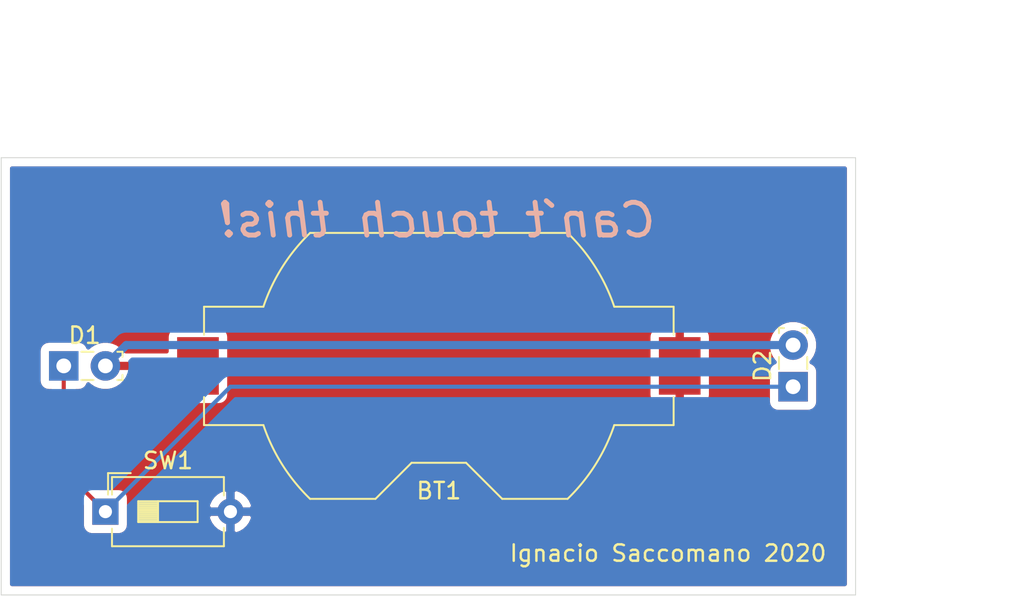
<source format=kicad_pcb>
(kicad_pcb (version 20171130) (host pcbnew "(5.1.7)-1")

  (general
    (thickness 1.6)
    (drawings 8)
    (tracks 7)
    (zones 0)
    (modules 4)
    (nets 4)
  )

  (page A4)
  (layers
    (0 F.Cu signal)
    (31 B.Cu signal)
    (32 B.Adhes user)
    (33 F.Adhes user)
    (34 B.Paste user)
    (35 F.Paste user)
    (36 B.SilkS user)
    (37 F.SilkS user)
    (38 B.Mask user)
    (39 F.Mask user)
    (40 Dwgs.User user)
    (41 Cmts.User user)
    (42 Eco1.User user)
    (43 Eco2.User user)
    (44 Edge.Cuts user)
    (45 Margin user)
    (46 B.CrtYd user)
    (47 F.CrtYd user)
    (48 B.Fab user)
    (49 F.Fab user)
  )

  (setup
    (last_trace_width 0.25)
    (trace_clearance 0.2)
    (zone_clearance 0.508)
    (zone_45_only no)
    (trace_min 0.25)
    (via_size 0.8)
    (via_drill 0.4)
    (via_min_size 0.4)
    (via_min_drill 0.3)
    (uvia_size 0.3)
    (uvia_drill 0.1)
    (uvias_allowed no)
    (uvia_min_size 0.2)
    (uvia_min_drill 0.1)
    (edge_width 0.05)
    (segment_width 0.2)
    (pcb_text_width 0.3)
    (pcb_text_size 1.5 1.5)
    (mod_edge_width 0.12)
    (mod_text_size 1 1)
    (mod_text_width 0.15)
    (pad_size 1.524 1.524)
    (pad_drill 0.762)
    (pad_to_mask_clearance 0)
    (aux_axis_origin 0 0)
    (visible_elements 7FFFEFFF)
    (pcbplotparams
      (layerselection 0x010fc_ffffffff)
      (usegerberextensions false)
      (usegerberattributes true)
      (usegerberadvancedattributes true)
      (creategerberjobfile true)
      (excludeedgelayer true)
      (linewidth 0.100000)
      (plotframeref false)
      (viasonmask false)
      (mode 1)
      (useauxorigin false)
      (hpglpennumber 1)
      (hpglpenspeed 20)
      (hpglpendiameter 15.000000)
      (psnegative false)
      (psa4output false)
      (plotreference true)
      (plotvalue true)
      (plotinvisibletext false)
      (padsonsilk false)
      (subtractmaskfromsilk false)
      (outputformat 1)
      (mirror false)
      (drillshape 1)
      (scaleselection 1)
      (outputdirectory ""))
  )

  (net 0 "")
  (net 1 "Net-(BT1-Pad1)")
  (net 2 "Net-(BT1-Pad2)")
  (net 3 "Net-(D1-Pad1)")

  (net_class Default "This is the default net class."
    (clearance 0.2)
    (trace_width 0.25)
    (via_dia 0.8)
    (via_drill 0.4)
    (uvia_dia 0.3)
    (uvia_drill 0.1)
    (diff_pair_width 0.25)
    (diff_pair_gap 0.25)
    (add_net "Net-(D1-Pad1)")
  )

  (net_class pwr ""
    (clearance 0.2)
    (trace_width 0.5)
    (via_dia 0.8)
    (via_drill 0.4)
    (uvia_dia 0.3)
    (uvia_drill 0.1)
    (diff_pair_width 0.25)
    (diff_pair_gap 0.25)
    (add_net "Net-(BT1-Pad1)")
    (add_net "Net-(BT1-Pad2)")
  )

  (module LED_THT:LED_SideEmitter_Rectangular_W4.5mm_H1.6mm (layer F.Cu) (tedit 587A6921) (tstamp 5FC5DD87)
    (at 118.11 72.39 90)
    (descr "LED_SideEmitter_Rectangular, Rectangular, SideEmitter,  Rectangular size 4.5x1.6mm^2, 2 pins, http://cdn-reichelt.de/documents/datenblatt/A500/LED15MMGE_LED15MMGN%23KIN.pdf")
    (tags "LED_SideEmitter_Rectangular Rectangular SideEmitter  Rectangular size 4.5x1.6mm^2 2 pins")
    (path /5FC5C620)
    (fp_text reference D2 (at 1.27 -1.86 90) (layer F.SilkS)
      (effects (font (size 1 1) (thickness 0.15)))
    )
    (fp_text value IRL81A (at 1.27 1.86 90) (layer F.Fab)
      (effects (font (size 1 1) (thickness 0.15)))
    )
    (fp_line (start 3.85 -1.15) (end -1.3 -1.15) (layer F.CrtYd) (width 0.05))
    (fp_line (start 3.85 1.15) (end 3.85 -1.15) (layer F.CrtYd) (width 0.05))
    (fp_line (start -1.3 1.15) (end 3.85 1.15) (layer F.CrtYd) (width 0.05))
    (fp_line (start -1.3 -1.15) (end -1.3 1.15) (layer F.CrtYd) (width 0.05))
    (fp_line (start 3.58 0.555) (end 3.58 0.861) (layer F.SilkS) (width 0.12))
    (fp_line (start 3.58 -0.861) (end 3.58 -0.555) (layer F.SilkS) (width 0.12))
    (fp_line (start 3.27 0.861) (end 3.58 0.861) (layer F.SilkS) (width 0.12))
    (fp_line (start 1.08 0.861) (end 1.811 0.861) (layer F.SilkS) (width 0.12))
    (fp_line (start 3.27 -0.861) (end 3.58 -0.861) (layer F.SilkS) (width 0.12))
    (fp_line (start 1.08 -0.861) (end 1.811 -0.861) (layer F.SilkS) (width 0.12))
    (fp_line (start 3.52 -0.8) (end -0.98 -0.8) (layer F.Fab) (width 0.1))
    (fp_line (start 3.52 0.8) (end 3.52 -0.8) (layer F.Fab) (width 0.1))
    (fp_line (start -0.98 0.8) (end 3.52 0.8) (layer F.Fab) (width 0.1))
    (fp_line (start -0.98 -0.8) (end -0.98 0.8) (layer F.Fab) (width 0.1))
    (pad 2 thru_hole circle (at 2.54 0 90) (size 1.8 1.8) (drill 0.9) (layers *.Cu *.Mask)
      (net 1 "Net-(BT1-Pad1)"))
    (pad 1 thru_hole rect (at 0 0 90) (size 1.8 1.8) (drill 0.9) (layers *.Cu *.Mask)
      (net 3 "Net-(D1-Pad1)"))
    (model ${KISYS3DMOD}/LED_THT.3dshapes/LED_SideEmitter_Rectangular_W4.5mm_H1.6mm.wrl
      (at (xyz 0 0 0))
      (scale (xyz 1 1 1))
      (rotate (xyz 0 0 0))
    )
  )

  (module Battery:BatteryHolder_Keystone_1058_1x2032 (layer F.Cu) (tedit 589EE147) (tstamp 5FC57410)
    (at 96.52 71.12)
    (descr http://www.keyelco.com/product-pdf.cfm?p=14028)
    (tags "Keystone type 1058 coin cell retainer")
    (path /5FC568BD)
    (attr smd)
    (fp_text reference BT1 (at 0 7.62) (layer F.SilkS)
      (effects (font (size 1 1) (thickness 0.15)))
    )
    (fp_text value Battery_Cell (at 0 -9.398) (layer F.Fab)
      (effects (font (size 1 1) (thickness 0.15)))
    )
    (fp_line (start 11.06 4.11) (end 16.45 4.11) (layer F.CrtYd) (width 0.05))
    (fp_line (start 16.45 4.11) (end 16.45 -4.11) (layer F.CrtYd) (width 0.05))
    (fp_line (start 16.45 -4.11) (end 11.06 -4.11) (layer F.CrtYd) (width 0.05))
    (fp_line (start -16.45 -4.11) (end -11.06 -4.11) (layer F.CrtYd) (width 0.05))
    (fp_line (start -16.45 -4.11) (end -16.45 4.11) (layer F.CrtYd) (width 0.05))
    (fp_line (start -16.45 4.11) (end -11.06 4.11) (layer F.CrtYd) (width 0.05))
    (fp_line (start -14.31 1.9) (end -14.31 3.61) (layer F.SilkS) (width 0.12))
    (fp_line (start -10.692 3.61) (end -14.31 3.61) (layer F.SilkS) (width 0.12))
    (fp_line (start -3.86 8.11) (end -7.8473 8.11) (layer F.SilkS) (width 0.12))
    (fp_line (start -1.66 5.91) (end -3.86 8.11) (layer F.SilkS) (width 0.12))
    (fp_line (start 1.66 5.91) (end -1.66 5.91) (layer F.SilkS) (width 0.12))
    (fp_line (start 1.66 5.91) (end 3.86 8.11) (layer F.SilkS) (width 0.12))
    (fp_line (start 7.8473 8.11) (end 3.86 8.11) (layer F.SilkS) (width 0.12))
    (fp_line (start 14.31 1.9) (end 14.31 3.61) (layer F.SilkS) (width 0.12))
    (fp_line (start 14.31 3.61) (end 10.692 3.61) (layer F.SilkS) (width 0.12))
    (fp_line (start 10.692 -3.61) (end 14.31 -3.61) (layer F.SilkS) (width 0.12))
    (fp_line (start 14.31 -1.9) (end 14.31 -3.61) (layer F.SilkS) (width 0.12))
    (fp_line (start -7.8473 -8.11) (end 7.8473 -8.11) (layer F.SilkS) (width 0.12))
    (fp_line (start -14.31 -1.9) (end -14.31 -3.61) (layer F.SilkS) (width 0.12))
    (fp_line (start -14.31 -3.61) (end -10.692 -3.61) (layer F.SilkS) (width 0.12))
    (fp_line (start 14.2 1.9) (end 14.2 3.5) (layer F.Fab) (width 0.1))
    (fp_line (start 14.2 3.5) (end 10.61275 3.5) (layer F.Fab) (width 0.1))
    (fp_line (start 10.61275 -3.5) (end 14.2 -3.5) (layer F.Fab) (width 0.1))
    (fp_line (start 14.2 -3.5) (end 14.2 -1.9) (layer F.Fab) (width 0.1))
    (fp_line (start -14.2 1.9) (end -14.2 3.5) (layer F.Fab) (width 0.1))
    (fp_line (start -14.2 3.5) (end -10.61275 3.5) (layer F.Fab) (width 0.1))
    (fp_line (start 3.9 8) (end 7.8026 8) (layer F.Fab) (width 0.1))
    (fp_line (start 1.7 5.8) (end 3.9 8) (layer F.Fab) (width 0.1))
    (fp_line (start -1.7 5.8) (end -3.9 8) (layer F.Fab) (width 0.1))
    (fp_line (start -1.7 5.8) (end 1.7 5.8) (layer F.Fab) (width 0.1))
    (fp_line (start -14.2 -3.5) (end -10.61275 -3.5) (layer F.Fab) (width 0.1))
    (fp_line (start -14.2 -3.5) (end -14.2 -1.9) (layer F.Fab) (width 0.1))
    (fp_line (start -3.9 8) (end -7.8026 8) (layer F.Fab) (width 0.1))
    (fp_line (start -7.8026 -8) (end 7.8026 -8) (layer F.Fab) (width 0.1))
    (fp_circle (center 0 0) (end 10 0) (layer Dwgs.User) (width 0.15))
    (fp_text user %R (at 0 0) (layer F.Fab)
      (effects (font (size 1 1) (thickness 0.15)))
    )
    (fp_arc (start 0 0) (end 11.06 4.11) (angle 139.2) (layer F.CrtYd) (width 0.05))
    (fp_arc (start 0 0) (end -11.06 -4.11) (angle 139.2) (layer F.CrtYd) (width 0.05))
    (fp_arc (start 0 0) (end -10.692 3.61) (angle -27.3) (layer F.SilkS) (width 0.12))
    (fp_arc (start 0 0) (end 10.692 -3.61) (angle -27.3) (layer F.SilkS) (width 0.12))
    (fp_arc (start 0 0) (end 10.692 3.61) (angle 27.3) (layer F.SilkS) (width 0.12))
    (fp_arc (start 0 0) (end -10.692 -3.61) (angle 27.3) (layer F.SilkS) (width 0.12))
    (fp_arc (start 0 0) (end -10.61275 3.5) (angle -27.4635) (layer F.Fab) (width 0.1))
    (fp_arc (start 0 0) (end 10.61275 -3.5) (angle -27.4635) (layer F.Fab) (width 0.1))
    (fp_arc (start 0 0) (end 10.61275 3.5) (angle 27.4635) (layer F.Fab) (width 0.1))
    (fp_arc (start 0 0) (end -10.61275 -3.5) (angle 27.4635) (layer F.Fab) (width 0.1))
    (pad 1 smd rect (at -14.68 0) (size 2.54 3.51) (layers F.Cu F.Paste F.Mask)
      (net 1 "Net-(BT1-Pad1)"))
    (pad 2 smd rect (at 14.68 0) (size 2.54 3.51) (layers F.Cu F.Paste F.Mask)
      (net 2 "Net-(BT1-Pad2)"))
    (model ${KISYS3DMOD}/Battery.3dshapes/BatteryHolder_Keystone_1058_1x2032.wrl
      (at (xyz 0 0 0))
      (scale (xyz 1 1 1))
      (rotate (xyz 0 0 0))
    )
  )

  (module LED_THT:LED_SideEmitter_Rectangular_W4.5mm_H1.6mm (layer F.Cu) (tedit 587A6921) (tstamp 5FC5DD73)
    (at 73.66 71.12)
    (descr "LED_SideEmitter_Rectangular, Rectangular, SideEmitter,  Rectangular size 4.5x1.6mm^2, 2 pins, http://cdn-reichelt.de/documents/datenblatt/A500/LED15MMGE_LED15MMGN%23KIN.pdf")
    (tags "LED_SideEmitter_Rectangular Rectangular SideEmitter  Rectangular size 4.5x1.6mm^2 2 pins")
    (path /5FC54AA8)
    (fp_text reference D1 (at 1.27 -1.86) (layer F.SilkS)
      (effects (font (size 1 1) (thickness 0.15)))
    )
    (fp_text value IRL81A (at 1.27 1.86) (layer F.Fab)
      (effects (font (size 1 1) (thickness 0.15)))
    )
    (fp_line (start 3.85 -1.15) (end -1.3 -1.15) (layer F.CrtYd) (width 0.05))
    (fp_line (start 3.85 1.15) (end 3.85 -1.15) (layer F.CrtYd) (width 0.05))
    (fp_line (start -1.3 1.15) (end 3.85 1.15) (layer F.CrtYd) (width 0.05))
    (fp_line (start -1.3 -1.15) (end -1.3 1.15) (layer F.CrtYd) (width 0.05))
    (fp_line (start 3.58 0.555) (end 3.58 0.861) (layer F.SilkS) (width 0.12))
    (fp_line (start 3.58 -0.861) (end 3.58 -0.555) (layer F.SilkS) (width 0.12))
    (fp_line (start 3.27 0.861) (end 3.58 0.861) (layer F.SilkS) (width 0.12))
    (fp_line (start 1.08 0.861) (end 1.811 0.861) (layer F.SilkS) (width 0.12))
    (fp_line (start 3.27 -0.861) (end 3.58 -0.861) (layer F.SilkS) (width 0.12))
    (fp_line (start 1.08 -0.861) (end 1.811 -0.861) (layer F.SilkS) (width 0.12))
    (fp_line (start 3.52 -0.8) (end -0.98 -0.8) (layer F.Fab) (width 0.1))
    (fp_line (start 3.52 0.8) (end 3.52 -0.8) (layer F.Fab) (width 0.1))
    (fp_line (start -0.98 0.8) (end 3.52 0.8) (layer F.Fab) (width 0.1))
    (fp_line (start -0.98 -0.8) (end -0.98 0.8) (layer F.Fab) (width 0.1))
    (pad 2 thru_hole circle (at 2.54 0) (size 1.8 1.8) (drill 0.9) (layers *.Cu *.Mask)
      (net 1 "Net-(BT1-Pad1)"))
    (pad 1 thru_hole rect (at 0 0) (size 1.8 1.8) (drill 0.9) (layers *.Cu *.Mask)
      (net 3 "Net-(D1-Pad1)"))
    (model ${KISYS3DMOD}/LED_THT.3dshapes/LED_SideEmitter_Rectangular_W4.5mm_H1.6mm.wrl
      (at (xyz 0 0 0))
      (scale (xyz 1 1 1))
      (rotate (xyz 0 0 0))
    )
  )

  (module Button_Switch_THT:SW_DIP_SPSTx01_Slide_6.7x4.1mm_W7.62mm_P2.54mm_LowProfile (layer F.Cu) (tedit 5A4E1404) (tstamp 5FC5DDC0)
    (at 76.2 80.01)
    (descr "1x-dip-switch SPST , Slide, row spacing 7.62 mm (300 mils), body size 6.7x4.1mm (see e.g. https://www.ctscorp.com/wp-content/uploads/209-210.pdf), LowProfile")
    (tags "DIP Switch SPST Slide 7.62mm 300mil LowProfile")
    (path /5FC58A4D)
    (fp_text reference SW1 (at 3.81 -3.11) (layer F.SilkS)
      (effects (font (size 1 1) (thickness 0.15)))
    )
    (fp_text value SW_DIP_x01 (at 3.81 3.11) (layer F.Fab)
      (effects (font (size 1 1) (thickness 0.15)))
    )
    (fp_line (start 8.7 -2.4) (end -1.1 -2.4) (layer F.CrtYd) (width 0.05))
    (fp_line (start 8.7 2.4) (end 8.7 -2.4) (layer F.CrtYd) (width 0.05))
    (fp_line (start -1.1 2.4) (end 8.7 2.4) (layer F.CrtYd) (width 0.05))
    (fp_line (start -1.1 -2.4) (end -1.1 2.4) (layer F.CrtYd) (width 0.05))
    (fp_line (start 3.206667 -0.635) (end 3.206667 0.635) (layer F.SilkS) (width 0.12))
    (fp_line (start 2 0.565) (end 3.206667 0.565) (layer F.SilkS) (width 0.12))
    (fp_line (start 2 0.445) (end 3.206667 0.445) (layer F.SilkS) (width 0.12))
    (fp_line (start 2 0.325) (end 3.206667 0.325) (layer F.SilkS) (width 0.12))
    (fp_line (start 2 0.205) (end 3.206667 0.205) (layer F.SilkS) (width 0.12))
    (fp_line (start 2 0.085) (end 3.206667 0.085) (layer F.SilkS) (width 0.12))
    (fp_line (start 2 -0.035) (end 3.206667 -0.035) (layer F.SilkS) (width 0.12))
    (fp_line (start 2 -0.155) (end 3.206667 -0.155) (layer F.SilkS) (width 0.12))
    (fp_line (start 2 -0.275) (end 3.206667 -0.275) (layer F.SilkS) (width 0.12))
    (fp_line (start 2 -0.395) (end 3.206667 -0.395) (layer F.SilkS) (width 0.12))
    (fp_line (start 2 -0.515) (end 3.206667 -0.515) (layer F.SilkS) (width 0.12))
    (fp_line (start 5.62 -0.635) (end 2 -0.635) (layer F.SilkS) (width 0.12))
    (fp_line (start 5.62 0.635) (end 5.62 -0.635) (layer F.SilkS) (width 0.12))
    (fp_line (start 2 0.635) (end 5.62 0.635) (layer F.SilkS) (width 0.12))
    (fp_line (start 2 -0.635) (end 2 0.635) (layer F.SilkS) (width 0.12))
    (fp_line (start 0.16 -2.35) (end 0.16 -1.04) (layer F.SilkS) (width 0.12))
    (fp_line (start 0.16 -2.35) (end 1.543 -2.35) (layer F.SilkS) (width 0.12))
    (fp_line (start 7.221 0.99) (end 7.221 2.11) (layer F.SilkS) (width 0.12))
    (fp_line (start 7.221 -2.11) (end 7.221 -0.99) (layer F.SilkS) (width 0.12))
    (fp_line (start 0.4 1.04) (end 0.4 2.11) (layer F.SilkS) (width 0.12))
    (fp_line (start 0.4 -2.11) (end 0.4 -1.04) (layer F.SilkS) (width 0.12))
    (fp_line (start 0.4 2.11) (end 7.221 2.11) (layer F.SilkS) (width 0.12))
    (fp_line (start 0.4 -2.11) (end 7.221 -2.11) (layer F.SilkS) (width 0.12))
    (fp_line (start 3.206667 -0.635) (end 3.206667 0.635) (layer F.Fab) (width 0.1))
    (fp_line (start 2 0.565) (end 3.206667 0.565) (layer F.Fab) (width 0.1))
    (fp_line (start 2 0.465) (end 3.206667 0.465) (layer F.Fab) (width 0.1))
    (fp_line (start 2 0.365) (end 3.206667 0.365) (layer F.Fab) (width 0.1))
    (fp_line (start 2 0.265) (end 3.206667 0.265) (layer F.Fab) (width 0.1))
    (fp_line (start 2 0.165) (end 3.206667 0.165) (layer F.Fab) (width 0.1))
    (fp_line (start 2 0.065) (end 3.206667 0.065) (layer F.Fab) (width 0.1))
    (fp_line (start 2 -0.035) (end 3.206667 -0.035) (layer F.Fab) (width 0.1))
    (fp_line (start 2 -0.135) (end 3.206667 -0.135) (layer F.Fab) (width 0.1))
    (fp_line (start 2 -0.235) (end 3.206667 -0.235) (layer F.Fab) (width 0.1))
    (fp_line (start 2 -0.335) (end 3.206667 -0.335) (layer F.Fab) (width 0.1))
    (fp_line (start 2 -0.435) (end 3.206667 -0.435) (layer F.Fab) (width 0.1))
    (fp_line (start 2 -0.535) (end 3.206667 -0.535) (layer F.Fab) (width 0.1))
    (fp_line (start 5.62 -0.635) (end 2 -0.635) (layer F.Fab) (width 0.1))
    (fp_line (start 5.62 0.635) (end 5.62 -0.635) (layer F.Fab) (width 0.1))
    (fp_line (start 2 0.635) (end 5.62 0.635) (layer F.Fab) (width 0.1))
    (fp_line (start 2 -0.635) (end 2 0.635) (layer F.Fab) (width 0.1))
    (fp_line (start 0.46 -1.05) (end 1.46 -2.05) (layer F.Fab) (width 0.1))
    (fp_line (start 0.46 2.05) (end 0.46 -1.05) (layer F.Fab) (width 0.1))
    (fp_line (start 7.16 2.05) (end 0.46 2.05) (layer F.Fab) (width 0.1))
    (fp_line (start 7.16 -2.05) (end 7.16 2.05) (layer F.Fab) (width 0.1))
    (fp_line (start 1.46 -2.05) (end 7.16 -2.05) (layer F.Fab) (width 0.1))
    (fp_text user on (at 4.485 -1.3425) (layer F.Fab)
      (effects (font (size 0.6 0.6) (thickness 0.09)))
    )
    (fp_text user %R (at 6.39 0 90) (layer F.Fab)
      (effects (font (size 0.6 0.6) (thickness 0.09)))
    )
    (pad 2 thru_hole oval (at 7.62 0) (size 1.6 1.6) (drill 0.8) (layers *.Cu *.Mask)
      (net 2 "Net-(BT1-Pad2)"))
    (pad 1 thru_hole rect (at 0 0) (size 1.6 1.6) (drill 0.8) (layers *.Cu *.Mask)
      (net 3 "Net-(D1-Pad1)"))
    (model ${KISYS3DMOD}/Button_Switch_THT.3dshapes/SW_DIP_SPSTx01_Slide_6.7x4.1mm_W7.62mm_P2.54mm_LowProfile.wrl
      (at (xyz 0 0 0))
      (scale (xyz 1 1 1))
      (rotate (xyz 0 0 90))
    )
  )

  (dimension 52.07 (width 0.15) (layer Dwgs.User)
    (gr_text "52,07 mm" (at 95.885 49.5) (layer Dwgs.User)
      (effects (font (size 1 1) (thickness 0.15)))
    )
    (feature1 (pts (xy 121.92 58.42) (xy 121.92 50.213579)))
    (feature2 (pts (xy 69.85 58.42) (xy 69.85 50.213579)))
    (crossbar (pts (xy 69.85 50.8) (xy 121.92 50.8)))
    (arrow1a (pts (xy 121.92 50.8) (xy 120.793496 51.386421)))
    (arrow1b (pts (xy 121.92 50.8) (xy 120.793496 50.213579)))
    (arrow2a (pts (xy 69.85 50.8) (xy 70.976504 51.386421)))
    (arrow2b (pts (xy 69.85 50.8) (xy 70.976504 50.213579)))
  )
  (gr_line (start 69.85 85.09) (end 69.85 58.42) (layer Edge.Cuts) (width 0.05) (tstamp 5FC99E63))
  (gr_line (start 121.92 85.09) (end 69.85 85.09) (layer Edge.Cuts) (width 0.05))
  (gr_line (start 121.92 58.42) (end 121.92 85.09) (layer Edge.Cuts) (width 0.05))
  (gr_line (start 69.85 58.42) (end 121.92 58.42) (layer Edge.Cuts) (width 0.05))
  (dimension 26.67 (width 0.15) (layer Dwgs.User)
    (gr_text "26,67 mm" (at 130.84 71.755 270) (layer Dwgs.User)
      (effects (font (size 1 1) (thickness 0.15)))
    )
    (feature1 (pts (xy 125.73 85.09) (xy 130.126421 85.09)))
    (feature2 (pts (xy 125.73 58.42) (xy 130.126421 58.42)))
    (crossbar (pts (xy 129.54 58.42) (xy 129.54 85.09)))
    (arrow1a (pts (xy 129.54 85.09) (xy 128.953579 83.963496)))
    (arrow1b (pts (xy 129.54 85.09) (xy 130.126421 83.963496)))
    (arrow2a (pts (xy 129.54 58.42) (xy 128.953579 59.546504)))
    (arrow2b (pts (xy 129.54 58.42) (xy 130.126421 59.546504)))
  )
  (gr_text "Ignacio Saccomano 2020\n" (at 110.49 82.55) (layer F.SilkS) (tstamp 5FC9A19F)
    (effects (font (size 1 1) (thickness 0.15)))
  )
  (gr_text "Can´t touch this!" (at 96.52 62.23) (layer B.SilkS)
    (effects (font (size 2 2.1) (thickness 0.3) italic) (justify mirror))
  )

  (segment (start 81.84 71.12) (end 76.2 71.12) (width 0.5) (layer F.Cu) (net 1))
  (segment (start 73.66 77.47) (end 76.2 80.01) (width 0.25) (layer F.Cu) (net 3))
  (segment (start 73.66 71.12) (end 73.66 77.47) (width 0.25) (layer F.Cu) (net 3))
  (segment (start 77.47 69.85) (end 118.11 69.85) (width 0.5) (layer B.Cu) (net 1))
  (segment (start 76.2 71.12) (end 77.47 69.85) (width 0.5) (layer B.Cu) (net 1))
  (segment (start 83.82 72.39) (end 76.2 80.01) (width 0.25) (layer B.Cu) (net 3))
  (segment (start 118.11 72.39) (end 83.82 72.39) (width 0.25) (layer B.Cu) (net 3))

  (zone (net 2) (net_name "Net-(BT1-Pad2)") (layer F.Cu) (tstamp 5FC9A06C) (hatch edge 0.508)
    (connect_pads (clearance 0.508))
    (min_thickness 0.254)
    (fill yes (arc_segments 32) (thermal_gap 0.508) (thermal_bridge_width 0.508))
    (polygon
      (pts
        (xy 121.92 85.09) (xy 69.85 85.09) (xy 69.85 58.42) (xy 121.92 58.42)
      )
    )
    (filled_polygon
      (pts
        (xy 121.260001 84.43) (xy 70.51 84.43) (xy 70.51 70.22) (xy 72.121928 70.22) (xy 72.121928 72.02)
        (xy 72.134188 72.144482) (xy 72.170498 72.26418) (xy 72.229463 72.374494) (xy 72.308815 72.471185) (xy 72.405506 72.550537)
        (xy 72.51582 72.609502) (xy 72.635518 72.645812) (xy 72.76 72.658072) (xy 72.9 72.658072) (xy 72.900001 77.432668)
        (xy 72.896324 77.47) (xy 72.910998 77.618985) (xy 72.954454 77.762246) (xy 73.025026 77.894276) (xy 73.096201 77.981002)
        (xy 73.12 78.010001) (xy 73.148998 78.033799) (xy 74.761928 79.64673) (xy 74.761928 80.81) (xy 74.774188 80.934482)
        (xy 74.810498 81.05418) (xy 74.869463 81.164494) (xy 74.948815 81.261185) (xy 75.045506 81.340537) (xy 75.15582 81.399502)
        (xy 75.275518 81.435812) (xy 75.4 81.448072) (xy 77 81.448072) (xy 77.124482 81.435812) (xy 77.24418 81.399502)
        (xy 77.354494 81.340537) (xy 77.451185 81.261185) (xy 77.530537 81.164494) (xy 77.589502 81.05418) (xy 77.625812 80.934482)
        (xy 77.638072 80.81) (xy 77.638072 80.359039) (xy 82.428096 80.359039) (xy 82.468754 80.493087) (xy 82.588963 80.74742)
        (xy 82.756481 80.973414) (xy 82.964869 81.162385) (xy 83.206119 81.30707) (xy 83.47096 81.401909) (xy 83.693 81.280624)
        (xy 83.693 80.137) (xy 83.947 80.137) (xy 83.947 81.280624) (xy 84.16904 81.401909) (xy 84.433881 81.30707)
        (xy 84.675131 81.162385) (xy 84.883519 80.973414) (xy 85.051037 80.74742) (xy 85.171246 80.493087) (xy 85.211904 80.359039)
        (xy 85.089915 80.137) (xy 83.947 80.137) (xy 83.693 80.137) (xy 82.550085 80.137) (xy 82.428096 80.359039)
        (xy 77.638072 80.359039) (xy 77.638072 79.660961) (xy 82.428096 79.660961) (xy 82.550085 79.883) (xy 83.693 79.883)
        (xy 83.693 78.739376) (xy 83.947 78.739376) (xy 83.947 79.883) (xy 85.089915 79.883) (xy 85.211904 79.660961)
        (xy 85.171246 79.526913) (xy 85.051037 79.27258) (xy 84.883519 79.046586) (xy 84.675131 78.857615) (xy 84.433881 78.71293)
        (xy 84.16904 78.618091) (xy 83.947 78.739376) (xy 83.693 78.739376) (xy 83.47096 78.618091) (xy 83.206119 78.71293)
        (xy 82.964869 78.857615) (xy 82.756481 79.046586) (xy 82.588963 79.27258) (xy 82.468754 79.526913) (xy 82.428096 79.660961)
        (xy 77.638072 79.660961) (xy 77.638072 79.21) (xy 77.625812 79.085518) (xy 77.589502 78.96582) (xy 77.530537 78.855506)
        (xy 77.451185 78.758815) (xy 77.354494 78.679463) (xy 77.24418 78.620498) (xy 77.124482 78.584188) (xy 77 78.571928)
        (xy 75.83673 78.571928) (xy 74.42 77.155199) (xy 74.42 72.658072) (xy 74.56 72.658072) (xy 74.684482 72.645812)
        (xy 74.80418 72.609502) (xy 74.914494 72.550537) (xy 75.011185 72.471185) (xy 75.090537 72.374494) (xy 75.149502 72.26418)
        (xy 75.155056 72.245873) (xy 75.221495 72.312312) (xy 75.472905 72.480299) (xy 75.752257 72.596011) (xy 76.048816 72.655)
        (xy 76.351184 72.655) (xy 76.647743 72.596011) (xy 76.927095 72.480299) (xy 77.178505 72.312312) (xy 77.392312 72.098505)
        (xy 77.45479 72.005) (xy 79.931928 72.005) (xy 79.931928 72.875) (xy 79.944188 72.999482) (xy 79.980498 73.11918)
        (xy 80.039463 73.229494) (xy 80.118815 73.326185) (xy 80.215506 73.405537) (xy 80.32582 73.464502) (xy 80.445518 73.500812)
        (xy 80.57 73.513072) (xy 83.11 73.513072) (xy 83.234482 73.500812) (xy 83.35418 73.464502) (xy 83.464494 73.405537)
        (xy 83.561185 73.326185) (xy 83.640537 73.229494) (xy 83.699502 73.11918) (xy 83.735812 72.999482) (xy 83.748072 72.875)
        (xy 109.291928 72.875) (xy 109.304188 72.999482) (xy 109.340498 73.11918) (xy 109.399463 73.229494) (xy 109.478815 73.326185)
        (xy 109.575506 73.405537) (xy 109.68582 73.464502) (xy 109.805518 73.500812) (xy 109.93 73.513072) (xy 110.91425 73.51)
        (xy 111.073 73.35125) (xy 111.073 71.247) (xy 111.327 71.247) (xy 111.327 73.35125) (xy 111.48575 73.51)
        (xy 112.47 73.513072) (xy 112.594482 73.500812) (xy 112.71418 73.464502) (xy 112.824494 73.405537) (xy 112.921185 73.326185)
        (xy 113.000537 73.229494) (xy 113.059502 73.11918) (xy 113.095812 72.999482) (xy 113.108072 72.875) (xy 113.105177 71.49)
        (xy 116.571928 71.49) (xy 116.571928 73.29) (xy 116.584188 73.414482) (xy 116.620498 73.53418) (xy 116.679463 73.644494)
        (xy 116.758815 73.741185) (xy 116.855506 73.820537) (xy 116.96582 73.879502) (xy 117.085518 73.915812) (xy 117.21 73.928072)
        (xy 119.01 73.928072) (xy 119.134482 73.915812) (xy 119.25418 73.879502) (xy 119.364494 73.820537) (xy 119.461185 73.741185)
        (xy 119.540537 73.644494) (xy 119.599502 73.53418) (xy 119.635812 73.414482) (xy 119.648072 73.29) (xy 119.648072 71.49)
        (xy 119.635812 71.365518) (xy 119.599502 71.24582) (xy 119.540537 71.135506) (xy 119.461185 71.038815) (xy 119.364494 70.959463)
        (xy 119.25418 70.900498) (xy 119.235873 70.894944) (xy 119.302312 70.828505) (xy 119.470299 70.577095) (xy 119.586011 70.297743)
        (xy 119.645 70.001184) (xy 119.645 69.698816) (xy 119.586011 69.402257) (xy 119.470299 69.122905) (xy 119.302312 68.871495)
        (xy 119.088505 68.657688) (xy 118.837095 68.489701) (xy 118.557743 68.373989) (xy 118.261184 68.315) (xy 117.958816 68.315)
        (xy 117.662257 68.373989) (xy 117.382905 68.489701) (xy 117.131495 68.657688) (xy 116.917688 68.871495) (xy 116.749701 69.122905)
        (xy 116.633989 69.402257) (xy 116.575 69.698816) (xy 116.575 70.001184) (xy 116.633989 70.297743) (xy 116.749701 70.577095)
        (xy 116.917688 70.828505) (xy 116.984127 70.894944) (xy 116.96582 70.900498) (xy 116.855506 70.959463) (xy 116.758815 71.038815)
        (xy 116.679463 71.135506) (xy 116.620498 71.24582) (xy 116.584188 71.365518) (xy 116.571928 71.49) (xy 113.105177 71.49)
        (xy 113.105 71.40575) (xy 112.94625 71.247) (xy 111.327 71.247) (xy 111.073 71.247) (xy 109.45375 71.247)
        (xy 109.295 71.40575) (xy 109.291928 72.875) (xy 83.748072 72.875) (xy 83.748072 69.365) (xy 109.291928 69.365)
        (xy 109.295 70.83425) (xy 109.45375 70.993) (xy 111.073 70.993) (xy 111.073 68.88875) (xy 111.327 68.88875)
        (xy 111.327 70.993) (xy 112.94625 70.993) (xy 113.105 70.83425) (xy 113.108072 69.365) (xy 113.095812 69.240518)
        (xy 113.059502 69.12082) (xy 113.000537 69.010506) (xy 112.921185 68.913815) (xy 112.824494 68.834463) (xy 112.71418 68.775498)
        (xy 112.594482 68.739188) (xy 112.47 68.726928) (xy 111.48575 68.73) (xy 111.327 68.88875) (xy 111.073 68.88875)
        (xy 110.91425 68.73) (xy 109.93 68.726928) (xy 109.805518 68.739188) (xy 109.68582 68.775498) (xy 109.575506 68.834463)
        (xy 109.478815 68.913815) (xy 109.399463 69.010506) (xy 109.340498 69.12082) (xy 109.304188 69.240518) (xy 109.291928 69.365)
        (xy 83.748072 69.365) (xy 83.735812 69.240518) (xy 83.699502 69.12082) (xy 83.640537 69.010506) (xy 83.561185 68.913815)
        (xy 83.464494 68.834463) (xy 83.35418 68.775498) (xy 83.234482 68.739188) (xy 83.11 68.726928) (xy 80.57 68.726928)
        (xy 80.445518 68.739188) (xy 80.32582 68.775498) (xy 80.215506 68.834463) (xy 80.118815 68.913815) (xy 80.039463 69.010506)
        (xy 79.980498 69.12082) (xy 79.944188 69.240518) (xy 79.931928 69.365) (xy 79.931928 70.235) (xy 77.45479 70.235)
        (xy 77.392312 70.141495) (xy 77.178505 69.927688) (xy 76.927095 69.759701) (xy 76.647743 69.643989) (xy 76.351184 69.585)
        (xy 76.048816 69.585) (xy 75.752257 69.643989) (xy 75.472905 69.759701) (xy 75.221495 69.927688) (xy 75.155056 69.994127)
        (xy 75.149502 69.97582) (xy 75.090537 69.865506) (xy 75.011185 69.768815) (xy 74.914494 69.689463) (xy 74.80418 69.630498)
        (xy 74.684482 69.594188) (xy 74.56 69.581928) (xy 72.76 69.581928) (xy 72.635518 69.594188) (xy 72.51582 69.630498)
        (xy 72.405506 69.689463) (xy 72.308815 69.768815) (xy 72.229463 69.865506) (xy 72.170498 69.97582) (xy 72.134188 70.095518)
        (xy 72.121928 70.22) (xy 70.51 70.22) (xy 70.51 59.08) (xy 121.26 59.08)
      )
    )
  )
  (zone (net 2) (net_name "Net-(BT1-Pad2)") (layer B.Cu) (tstamp 0) (hatch edge 0.508)
    (connect_pads (clearance 0.508))
    (min_thickness 0.254)
    (fill yes (arc_segments 32) (thermal_gap 0.508) (thermal_bridge_width 0.508))
    (polygon
      (pts
        (xy 121.92 85.09) (xy 69.85 85.09) (xy 69.85 58.42) (xy 121.92 58.42)
      )
    )
    (filled_polygon
      (pts
        (xy 121.260001 84.43) (xy 70.51 84.43) (xy 70.51 70.22) (xy 72.121928 70.22) (xy 72.121928 72.02)
        (xy 72.134188 72.144482) (xy 72.170498 72.26418) (xy 72.229463 72.374494) (xy 72.308815 72.471185) (xy 72.405506 72.550537)
        (xy 72.51582 72.609502) (xy 72.635518 72.645812) (xy 72.76 72.658072) (xy 74.56 72.658072) (xy 74.684482 72.645812)
        (xy 74.80418 72.609502) (xy 74.914494 72.550537) (xy 75.011185 72.471185) (xy 75.090537 72.374494) (xy 75.149502 72.26418)
        (xy 75.155056 72.245873) (xy 75.221495 72.312312) (xy 75.472905 72.480299) (xy 75.752257 72.596011) (xy 76.048816 72.655)
        (xy 76.351184 72.655) (xy 76.647743 72.596011) (xy 76.927095 72.480299) (xy 77.178505 72.312312) (xy 77.392312 72.098505)
        (xy 77.560299 71.847095) (xy 77.676011 71.567743) (xy 77.735 71.271184) (xy 77.735 70.968816) (xy 77.71306 70.858518)
        (xy 77.836579 70.735) (xy 116.85521 70.735) (xy 116.917688 70.828505) (xy 116.984127 70.894944) (xy 116.96582 70.900498)
        (xy 116.855506 70.959463) (xy 116.758815 71.038815) (xy 116.679463 71.135506) (xy 116.620498 71.24582) (xy 116.584188 71.365518)
        (xy 116.571928 71.49) (xy 116.571928 71.63) (xy 83.857322 71.63) (xy 83.819999 71.626324) (xy 83.782676 71.63)
        (xy 83.782667 71.63) (xy 83.671014 71.640997) (xy 83.527753 71.684454) (xy 83.395724 71.755026) (xy 83.279999 71.849999)
        (xy 83.256201 71.878997) (xy 76.563271 78.571928) (xy 75.4 78.571928) (xy 75.275518 78.584188) (xy 75.15582 78.620498)
        (xy 75.045506 78.679463) (xy 74.948815 78.758815) (xy 74.869463 78.855506) (xy 74.810498 78.96582) (xy 74.774188 79.085518)
        (xy 74.761928 79.21) (xy 74.761928 80.81) (xy 74.774188 80.934482) (xy 74.810498 81.05418) (xy 74.869463 81.164494)
        (xy 74.948815 81.261185) (xy 75.045506 81.340537) (xy 75.15582 81.399502) (xy 75.275518 81.435812) (xy 75.4 81.448072)
        (xy 77 81.448072) (xy 77.124482 81.435812) (xy 77.24418 81.399502) (xy 77.354494 81.340537) (xy 77.451185 81.261185)
        (xy 77.530537 81.164494) (xy 77.589502 81.05418) (xy 77.625812 80.934482) (xy 77.638072 80.81) (xy 77.638072 80.359039)
        (xy 82.428096 80.359039) (xy 82.468754 80.493087) (xy 82.588963 80.74742) (xy 82.756481 80.973414) (xy 82.964869 81.162385)
        (xy 83.206119 81.30707) (xy 83.47096 81.401909) (xy 83.693 81.280624) (xy 83.693 80.137) (xy 83.947 80.137)
        (xy 83.947 81.280624) (xy 84.16904 81.401909) (xy 84.433881 81.30707) (xy 84.675131 81.162385) (xy 84.883519 80.973414)
        (xy 85.051037 80.74742) (xy 85.171246 80.493087) (xy 85.211904 80.359039) (xy 85.089915 80.137) (xy 83.947 80.137)
        (xy 83.693 80.137) (xy 82.550085 80.137) (xy 82.428096 80.359039) (xy 77.638072 80.359039) (xy 77.638072 79.660961)
        (xy 82.428096 79.660961) (xy 82.550085 79.883) (xy 83.693 79.883) (xy 83.693 78.739376) (xy 83.947 78.739376)
        (xy 83.947 79.883) (xy 85.089915 79.883) (xy 85.211904 79.660961) (xy 85.171246 79.526913) (xy 85.051037 79.27258)
        (xy 84.883519 79.046586) (xy 84.675131 78.857615) (xy 84.433881 78.71293) (xy 84.16904 78.618091) (xy 83.947 78.739376)
        (xy 83.693 78.739376) (xy 83.47096 78.618091) (xy 83.206119 78.71293) (xy 82.964869 78.857615) (xy 82.756481 79.046586)
        (xy 82.588963 79.27258) (xy 82.468754 79.526913) (xy 82.428096 79.660961) (xy 77.638072 79.660961) (xy 77.638072 79.646729)
        (xy 84.134802 73.15) (xy 116.571928 73.15) (xy 116.571928 73.29) (xy 116.584188 73.414482) (xy 116.620498 73.53418)
        (xy 116.679463 73.644494) (xy 116.758815 73.741185) (xy 116.855506 73.820537) (xy 116.96582 73.879502) (xy 117.085518 73.915812)
        (xy 117.21 73.928072) (xy 119.01 73.928072) (xy 119.134482 73.915812) (xy 119.25418 73.879502) (xy 119.364494 73.820537)
        (xy 119.461185 73.741185) (xy 119.540537 73.644494) (xy 119.599502 73.53418) (xy 119.635812 73.414482) (xy 119.648072 73.29)
        (xy 119.648072 71.49) (xy 119.635812 71.365518) (xy 119.599502 71.24582) (xy 119.540537 71.135506) (xy 119.461185 71.038815)
        (xy 119.364494 70.959463) (xy 119.25418 70.900498) (xy 119.235873 70.894944) (xy 119.302312 70.828505) (xy 119.470299 70.577095)
        (xy 119.586011 70.297743) (xy 119.645 70.001184) (xy 119.645 69.698816) (xy 119.586011 69.402257) (xy 119.470299 69.122905)
        (xy 119.302312 68.871495) (xy 119.088505 68.657688) (xy 118.837095 68.489701) (xy 118.557743 68.373989) (xy 118.261184 68.315)
        (xy 117.958816 68.315) (xy 117.662257 68.373989) (xy 117.382905 68.489701) (xy 117.131495 68.657688) (xy 116.917688 68.871495)
        (xy 116.85521 68.965) (xy 77.513465 68.965) (xy 77.469999 68.960719) (xy 77.426533 68.965) (xy 77.426523 68.965)
        (xy 77.29651 68.977805) (xy 77.129687 69.028411) (xy 76.975941 69.110589) (xy 76.975939 69.11059) (xy 76.97594 69.11059)
        (xy 76.874953 69.193468) (xy 76.874951 69.19347) (xy 76.841183 69.221183) (xy 76.81347 69.254951) (xy 76.461482 69.60694)
        (xy 76.351184 69.585) (xy 76.048816 69.585) (xy 75.752257 69.643989) (xy 75.472905 69.759701) (xy 75.221495 69.927688)
        (xy 75.155056 69.994127) (xy 75.149502 69.97582) (xy 75.090537 69.865506) (xy 75.011185 69.768815) (xy 74.914494 69.689463)
        (xy 74.80418 69.630498) (xy 74.684482 69.594188) (xy 74.56 69.581928) (xy 72.76 69.581928) (xy 72.635518 69.594188)
        (xy 72.51582 69.630498) (xy 72.405506 69.689463) (xy 72.308815 69.768815) (xy 72.229463 69.865506) (xy 72.170498 69.97582)
        (xy 72.134188 70.095518) (xy 72.121928 70.22) (xy 70.51 70.22) (xy 70.51 59.08) (xy 121.26 59.08)
      )
    )
  )
)

</source>
